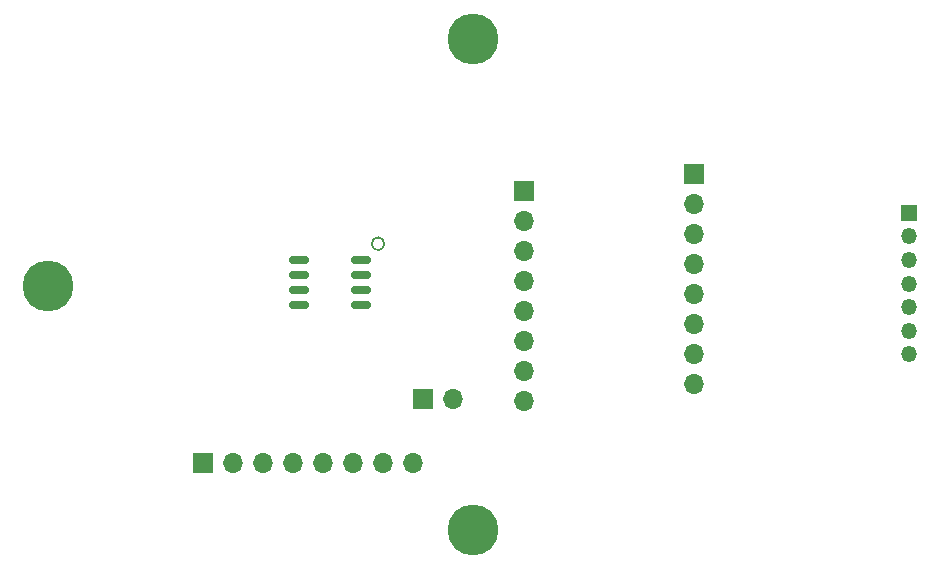
<source format=gbr>
%TF.GenerationSoftware,KiCad,Pcbnew,(6.0.8-1)-1*%
%TF.CreationDate,2022-11-22T09:59:05-05:00*%
%TF.ProjectId,encoder_driver,656e636f-6465-4725-9f64-72697665722e,rev?*%
%TF.SameCoordinates,Original*%
%TF.FileFunction,Soldermask,Bot*%
%TF.FilePolarity,Negative*%
%FSLAX46Y46*%
G04 Gerber Fmt 4.6, Leading zero omitted, Abs format (unit mm)*
G04 Created by KiCad (PCBNEW (6.0.8-1)-1) date 2022-11-22 09:59:05*
%MOMM*%
%LPD*%
G01*
G04 APERTURE LIST*
G04 Aperture macros list*
%AMRoundRect*
0 Rectangle with rounded corners*
0 $1 Rounding radius*
0 $2 $3 $4 $5 $6 $7 $8 $9 X,Y pos of 4 corners*
0 Add a 4 corners polygon primitive as box body*
4,1,4,$2,$3,$4,$5,$6,$7,$8,$9,$2,$3,0*
0 Add four circle primitives for the rounded corners*
1,1,$1+$1,$2,$3*
1,1,$1+$1,$4,$5*
1,1,$1+$1,$6,$7*
1,1,$1+$1,$8,$9*
0 Add four rect primitives between the rounded corners*
20,1,$1+$1,$2,$3,$4,$5,0*
20,1,$1+$1,$4,$5,$6,$7,0*
20,1,$1+$1,$6,$7,$8,$9,0*
20,1,$1+$1,$8,$9,$2,$3,0*%
G04 Aperture macros list end*
%ADD10C,0.150000*%
%ADD11C,4.300000*%
%ADD12R,1.700000X1.700000*%
%ADD13O,1.700000X1.700000*%
%ADD14R,1.350000X1.350000*%
%ADD15O,1.350000X1.350000*%
%ADD16RoundRect,0.150000X0.675000X0.150000X-0.675000X0.150000X-0.675000X-0.150000X0.675000X-0.150000X0*%
G04 APERTURE END LIST*
D10*
X110002815Y-78498000D02*
G75*
G03*
X110002815Y-78498000I-538815J0D01*
G01*
D11*
%TO.C,REF\u002A\u002A*%
X117490000Y-102744000D03*
%TD*%
%TO.C,REF\u002A\u002A*%
X117490000Y-61176000D03*
%TD*%
%TO.C,REF\u002A\u002A*%
X81500000Y-82120000D03*
%TD*%
D12*
%TO.C,J2*%
X94670000Y-97040000D03*
D13*
X97210000Y-97040000D03*
X99750000Y-97040000D03*
X102290000Y-97040000D03*
X104830000Y-97040000D03*
X107370000Y-97040000D03*
X109910000Y-97040000D03*
X112450000Y-97040000D03*
%TD*%
D12*
%TO.C,J5*%
X136200000Y-72605000D03*
D13*
X136200000Y-75145000D03*
X136200000Y-77685000D03*
X136200000Y-80225000D03*
X136200000Y-82765000D03*
X136200000Y-85305000D03*
X136200000Y-87845000D03*
X136200000Y-90385000D03*
%TD*%
D12*
%TO.C,J1*%
X121847906Y-73999302D03*
D13*
X121847906Y-76539302D03*
X121847906Y-79079302D03*
X121847906Y-81619302D03*
X121847906Y-84159302D03*
X121847906Y-86699302D03*
X121847906Y-89239302D03*
X121847906Y-91779302D03*
%TD*%
D14*
%TO.C,J4*%
X154400000Y-75880000D03*
D15*
X154400000Y-77880000D03*
X154400000Y-79880000D03*
X154400000Y-81880000D03*
X154400000Y-83880000D03*
X154400000Y-85880000D03*
X154400000Y-87880000D03*
%TD*%
D12*
%TO.C,J3*%
X113250000Y-91650000D03*
D13*
X115790000Y-91650000D03*
%TD*%
D16*
%TO.C,U1*%
X108025000Y-79895000D03*
X108025000Y-81165000D03*
X108025000Y-82435000D03*
X108025000Y-83705000D03*
X102775000Y-83705000D03*
X102775000Y-82435000D03*
X102775000Y-81165000D03*
X102775000Y-79895000D03*
%TD*%
M02*

</source>
